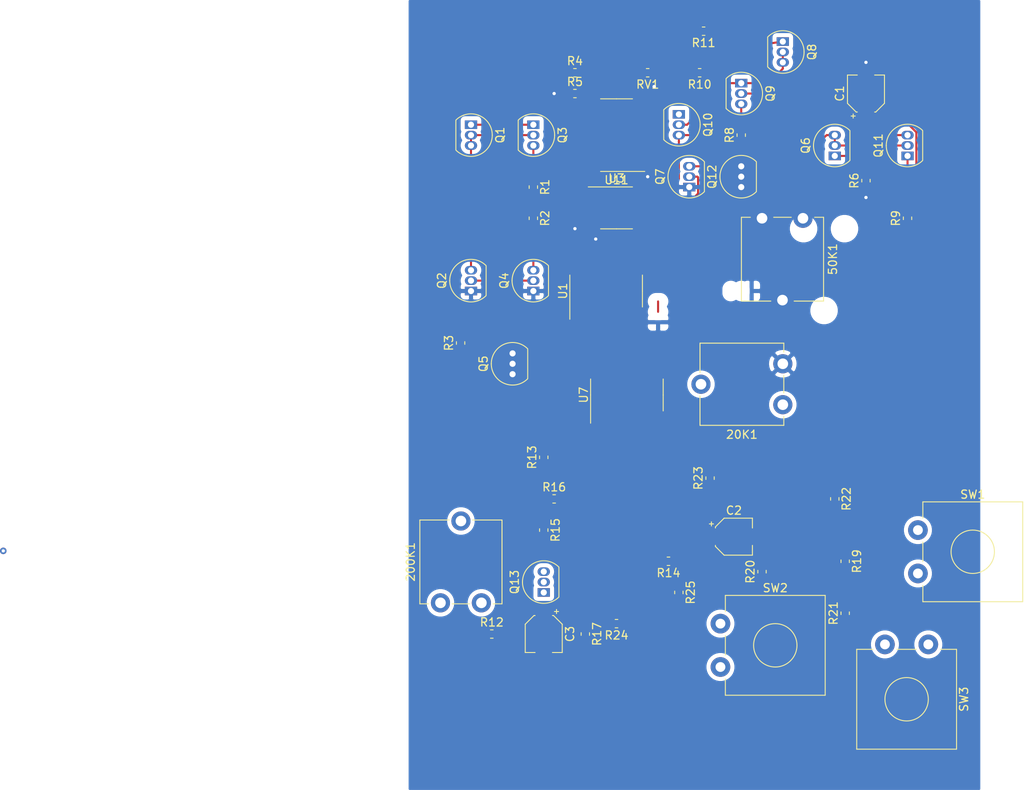
<source format=kicad_pcb>
(kicad_pcb (version 20171130) (host pcbnew "(5.1.5)-3")
  (layers (0 F.Cu signal) (1 In1.Cu signal) (2 In2.Cu signal) (31 B.Cu signal) (34 B.Paste user) (35 F.Paste user) (36 B.SilkS user) (37 F.SilkS user) (38 B.Mask user) (39 F.Mask user) (44 Edge.Cuts user))
  (net 0 "")
  (net 1 "Net-(200K1-Pad1)")
  (net 2 "Net-(200K1-Pad2)")
  (net 3 "Net-(200K1-Pad3)")
  (net 4 "Net-(20K1-Pad3)")
  (net 5 Vout)
  (net 6 GND)
  (net 7 "Net-(50K1-Pad3)")
  (net 8 "Net-(50K1-Pad2)")
  (net 9 "Net-(50K1-Pad1)")
  (net 10 "Net-(C1-Pad1)")
  (net 11 "Net-(C2-Pad1)")
  (net 12 "Net-(Q1-Pad1)")
  (net 13 "Net-(Q1-Pad2)")
  (net 14 "Net-(Q2-Pad2)")
  (net 15 "Net-(Q3-Pad3)")
  (net 16 "Net-(Q4-Pad3)")
  (net 17 "Net-(Q6-Pad1)")
  (net 18 "Net-(Q11-Pad2)")
  (net 19 "Net-(Q7-Pad2)")
  (net 20 "Net-(Q10-Pad2)")
  (net 21 "Net-(Q8-Pad1)")
  (net 22 "Net-(Q9-Pad3)")
  (net 23 "Net-(Q10-Pad1)")
  (net 24 "Net-(Q11-Pad1)")
  (net 25 +15V)
  (net 26 "Net-(Q13-Pad2)")
  (net 27 +5V)
  (net 28 "Net-(R4-Pad2)")
  (net 29 "Net-(R5-Pad2)")
  (net 30 "Net-(R11-Pad1)")
  (net 31 "Net-(R13-Pad2)")
  (net 32 "Net-(R13-Pad1)")
  (net 33 -5V)
  (net 34 "Net-(R14-Pad1)")
  (net 35 "Net-(R16-Pad2)")
  (net 36 "Net-(R19-Pad1)")
  (net 37 "Net-(R19-Pad2)")
  (net 38 "Net-(R20-Pad1)")
  (net 39 "Net-(R21-Pad1)")
  (net 40 "Net-(R22-Pad2)")
  (net 41 "Net-(R24-Pad2)")
  (net 42 "Net-(R25-Pad2)")
  (net 43 "Net-(U1-Pad10)")
  (module Potentiometer_THT:Potentiometer_ACP_CA9-V10_Vertical (layer F.Cu) (at 59.69 41.91 270)
    (fp_text reference 50K1 (at 5 -8.65 90) (layer F.SilkS))
    (fp_text value R_POT)
    (pad 3 thru_hole circle (at 0 -5 270) (size 2.34 2.34) (drill 1.3) (layers *.Cu *.Mask) (net 7 "Net-(50K1-Pad3)"))
    (pad 2 thru_hole circle (at 10 -2.5 270) (size 2.34 2.34) (drill 1.3) (layers *.Cu *.Mask) (net 8 "Net-(50K1-Pad2)"))
    (pad 1 thru_hole circle (at 0 0 270) (size 2.34 2.34) (drill 1.3) (layers *.Cu *.Mask) (net 9 "Net-(50K1-Pad1)"))
  )
  (module Package_SO:SOIC-14_3.9x8.7mm_P1.27mm (layer F.Cu) (at 41.91 31.75 180)
    (fp_text reference U3 (at 0 -5.28) (layer F.SilkS))
    (fp_text value 74HC02)
    (pad 14 smd roundrect (at 2.475 -3.81 180) (size 1.95 0.6) (layers F.Cu F.Paste F.Mask) (net 27 +5V))
    (pad 13 smd roundrect (at 2.475 -2.54 180) (size 1.95 0.6) (layers F.Cu F.Paste F.Mask))
    (pad 12 smd roundrect (at 2.475 -1.27 180) (size 1.95 0.6) (layers F.Cu F.Paste F.Mask))
    (pad 11 smd roundrect (at 2.475 0 180) (size 1.95 0.6) (layers F.Cu F.Paste F.Mask))
    (pad 10 smd roundrect (at 2.475 1.27 180) (size 1.95 0.6) (layers F.Cu F.Paste F.Mask))
    (pad 9 smd roundrect (at 2.475 2.54 180) (size 1.95 0.6) (layers F.Cu F.Paste F.Mask))
    (pad 8 smd roundrect (at 2.475 3.81 180) (size 1.95 0.6) (layers F.Cu F.Paste F.Mask))
    (pad 7 smd roundrect (at -2.475 3.81 180) (size 1.95 0.6) (layers F.Cu F.Paste F.Mask) (net 6 GND))
    (pad 6 smd roundrect (at -2.475 2.54 180) (size 1.95 0.6) (layers F.Cu F.Paste F.Mask) (net 29 "Net-(R5-Pad2)"))
    (pad 5 smd roundrect (at -2.475 1.27 180) (size 1.95 0.6) (layers F.Cu F.Paste F.Mask) (net 19 "Net-(Q7-Pad2)"))
    (pad 4 smd roundrect (at -2.475 0 180) (size 1.95 0.6) (layers F.Cu F.Paste F.Mask) (net 11 "Net-(C2-Pad1)"))
    (pad 3 smd roundrect (at -2.475 -1.27 180) (size 1.95 0.6) (layers F.Cu F.Paste F.Mask) (net 28 "Net-(R4-Pad2)"))
    (pad 2 smd roundrect (at -2.475 -2.54 180) (size 1.95 0.6) (layers F.Cu F.Paste F.Mask) (net 11 "Net-(C2-Pad1)"))
    (pad 1 smd roundrect (at -2.475 -3.81 180) (size 1.95 0.6) (layers F.Cu F.Paste F.Mask) (net 19 "Net-(Q7-Pad2)"))
  )
  (module Capacitor_SMD:CP_Elec_4x5.3 (layer F.Cu) (at 72.39 26.67 90)
    (fp_text reference C1 (at 0 -3.2 90) (layer F.SilkS))
    (fp_text value 200n)
    (pad 1 smd roundrect (at -1.8 0 90) (size 2.6 1.6) (layers F.Cu F.Paste F.Mask) (roundrect_rratio 0.15625) (net 10 "Net-(C1-Pad1)"))
    (pad 2 smd roundrect (at 1.8 0 90) (size 2.6 1.6) (layers F.Cu F.Paste F.Mask) (roundrect_rratio 0.15625) (net 6 GND))
  )
  (module Package_TO_SOT_THT:TO-92_Inline (layer F.Cu) (at 62.23 20.32 270)
    (fp_text reference Q8 (at 1.27 -3.56 90) (layer F.SilkS))
    (fp_text value 2N3906)
    (pad 2 thru_hole oval (at 1.27 0 270) (size 1.05 1.5) (drill 0.75) (layers *.Cu *.Mask) (net 20 "Net-(Q10-Pad2)"))
    (pad 3 thru_hole oval (at 2.54 0 270) (size 1.05 1.5) (drill 0.75) (layers *.Cu *.Mask) (net 20 "Net-(Q10-Pad2)"))
    (pad 1 thru_hole rect (at 0 0 270) (size 1.05 1.5) (drill 0.75) (layers *.Cu *.Mask) (net 21 "Net-(Q8-Pad1)"))
  )
  (module Package_TO_SOT_THT:TO-92_Inline (layer F.Cu) (at 57.15 25.4 270)
    (fp_text reference Q9 (at 1.27 -3.56 90) (layer F.SilkS))
    (fp_text value 2N3906)
    (pad 1 thru_hole rect (at 0 0 270) (size 1.05 1.5) (drill 0.75) (layers *.Cu *.Mask) (net 20 "Net-(Q10-Pad2)"))
    (pad 3 thru_hole oval (at 2.54 0 270) (size 1.05 1.5) (drill 0.75) (layers *.Cu *.Mask) (net 22 "Net-(Q9-Pad3)"))
    (pad 2 thru_hole oval (at 1.27 0 270) (size 1.05 1.5) (drill 0.75) (layers *.Cu *.Mask) (net 18 "Net-(Q11-Pad2)"))
  )
  (module Package_TO_SOT_THT:TO-92_Inline (layer F.Cu) (at 50.8 38.1 90)
    (fp_text reference Q7 (at 1.27 -3.56 90) (layer F.SilkS))
    (fp_text value 2N7000)
    (pad 2 thru_hole oval (at 1.27 0 90) (size 1.05 1.5) (drill 0.75) (layers *.Cu *.Mask) (net 19 "Net-(Q7-Pad2)"))
    (pad 3 thru_hole oval (at 2.54 0 90) (size 1.05 1.5) (drill 0.75) (layers *.Cu *.Mask) (net 7 "Net-(50K1-Pad3)"))
    (pad 1 thru_hole rect (at 0 0 90) (size 1.05 1.5) (drill 0.75) (layers *.Cu *.Mask) (net 6 GND))
  )
  (module Potentiometer_THT:Potentiometer_ACP_CA9-V10_Vertical (layer F.Cu) (at 62.23 59.69 180)
    (fp_text reference 20K1 (at 5 -8.65) (layer F.SilkS))
    (fp_text value R_POT)
    (pad 3 thru_hole circle (at 0 -5 180) (size 2.34 2.34) (drill 1.3) (layers *.Cu *.Mask) (net 4 "Net-(20K1-Pad3)"))
    (pad 2 thru_hole circle (at 10 -2.5 180) (size 2.34 2.34) (drill 1.3) (layers *.Cu *.Mask) (net 5 Vout))
    (pad 1 thru_hole circle (at 0 0 180) (size 2.34 2.34) (drill 1.3) (layers *.Cu *.Mask) (net 6 GND))
  )
  (module Resistor_SMD:R_0603_1608Metric (layer F.Cu) (at 38.1 92.71 270)
    (fp_text reference R17 (at 0 -1.43 90) (layer F.SilkS))
    (fp_text value 10K)
    (pad 2 smd roundrect (at 0.7875 0 270) (size 0.875 0.95) (layers F.Cu F.Paste F.Mask) (net 6 GND))
    (pad 1 smd roundrect (at -0.7875 0 270) (size 0.875 0.95) (layers F.Cu F.Paste F.Mask) (net 3 "Net-(200K1-Pad3)"))
  )
  (module Potentiometer_THT:Potentiometer_ACP_CA9-V10_Vertical (layer F.Cu) (at 25.4 88.9 90)
    (fp_text reference 200K1 (at 5 -8.65 90) (layer F.SilkS))
    (fp_text value R_POT)
    (pad 1 thru_hole circle (at 0 0 90) (size 2.34 2.34) (drill 1.3) (layers *.Cu *.Mask) (net 1 "Net-(200K1-Pad1)"))
    (pad 2 thru_hole circle (at 10 -2.5 90) (size 2.34 2.34) (drill 1.3) (layers *.Cu *.Mask) (net 2 "Net-(200K1-Pad2)"))
    (pad 3 thru_hole circle (at 0 -5 90) (size 2.34 2.34) (drill 1.3) (layers *.Cu *.Mask) (net 3 "Net-(200K1-Pad3)"))
  )
  (module Package_TO_SOT_THT:TO-92_Inline (layer F.Cu) (at 33.02 87.63 90)
    (fp_text reference Q13 (at 1.27 -3.56 90) (layer F.SilkS))
    (fp_text value BS250)
    (pad 1 thru_hole rect (at 0 0 90) (size 1.05 1.5) (drill 0.75) (layers *.Cu *.Mask) (net 25 +15V))
    (pad 3 thru_hole oval (at 2.54 0 90) (size 1.05 1.5) (drill 0.75) (layers *.Cu *.Mask) (net 3 "Net-(200K1-Pad3)"))
    (pad 2 thru_hole oval (at 1.27 0 90) (size 1.05 1.5) (drill 0.75) (layers *.Cu *.Mask) (net 26 "Net-(Q13-Pad2)"))
  )
  (module Package_SO:SOIC-14_3.9x8.7mm_P1.27mm (layer F.Cu) (at 40.64 50.8 90)
    (fp_text reference U1 (at 0 -5.28 90) (layer F.SilkS))
    (fp_text value TL084)
    (pad 1 smd roundrect (at -2.475 -3.81 90) (size 1.95 0.6) (layers F.Cu F.Paste F.Mask) (net 26 "Net-(Q13-Pad2)"))
    (pad 2 smd roundrect (at -2.475 -2.54 90) (size 1.95 0.6) (layers F.Cu F.Paste F.Mask) (net 33 -5V))
    (pad 3 smd roundrect (at -2.475 -1.27 90) (size 1.95 0.6) (layers F.Cu F.Paste F.Mask) (net 2 "Net-(200K1-Pad2)"))
    (pad 4 smd roundrect (at -2.475 0 90) (size 1.95 0.6) (layers F.Cu F.Paste F.Mask) (net 25 +15V))
    (pad 5 smd roundrect (at -2.475 1.27 90) (size 1.95 0.6) (layers F.Cu F.Paste F.Mask) (net 10 "Net-(C1-Pad1)"))
    (pad 6 smd roundrect (at -2.475 2.54 90) (size 1.95 0.6) (layers F.Cu F.Paste F.Mask) (net 41 "Net-(R24-Pad2)"))
    (pad 7 smd roundrect (at -2.475 3.81 90) (size 1.95 0.6) (layers F.Cu F.Paste F.Mask) (net 41 "Net-(R24-Pad2)"))
    (pad 8 smd roundrect (at 2.475 3.81 90) (size 1.95 0.6) (layers F.Cu F.Paste F.Mask) (net 42 "Net-(R25-Pad2)"))
    (pad 9 smd roundrect (at 2.475 2.54 90) (size 1.95 0.6) (layers F.Cu F.Paste F.Mask) (net 34 "Net-(R14-Pad1)"))
    (pad 10 smd roundrect (at 2.475 1.27 90) (size 1.95 0.6) (layers F.Cu F.Paste F.Mask) (net 43 "Net-(U1-Pad10)"))
    (pad 11 smd roundrect (at 2.475 0 90) (size 1.95 0.6) (layers F.Cu F.Paste F.Mask) (net 33 -5V))
    (pad 12 smd roundrect (at 2.475 -1.27 90) (size 1.95 0.6) (layers F.Cu F.Paste F.Mask))
    (pad 13 smd roundrect (at 2.475 -2.54 90) (size 1.95 0.6) (layers F.Cu F.Paste F.Mask))
    (pad 14 smd roundrect (at 2.475 -3.81 90) (size 1.95 0.6) (layers F.Cu F.Paste F.Mask))
  )
  (module Package_SO:SOIC-14_3.9x8.7mm_P1.27mm (layer F.Cu) (at 43.18 63.5 90)
    (fp_text reference U7 (at 0 -5.28 90) (layer F.SilkS))
    (fp_text value TL084)
    (pad 1 smd roundrect (at -2.475 -3.81 90) (size 1.95 0.6) (layers F.Cu F.Paste F.Mask) (net 31 "Net-(R13-Pad2)"))
    (pad 2 smd roundrect (at -2.475 -2.54 90) (size 1.95 0.6) (layers F.Cu F.Paste F.Mask) (net 31 "Net-(R13-Pad2)"))
    (pad 3 smd roundrect (at -2.475 -1.27 90) (size 1.95 0.6) (layers F.Cu F.Paste F.Mask) (net 11 "Net-(C2-Pad1)"))
    (pad 4 smd roundrect (at -2.475 0 90) (size 1.95 0.6) (layers F.Cu F.Paste F.Mask) (net 25 +15V))
    (pad 5 smd roundrect (at -2.475 1.27 90) (size 1.95 0.6) (layers F.Cu F.Paste F.Mask) (net 6 GND))
    (pad 6 smd roundrect (at -2.475 2.54 90) (size 1.95 0.6) (layers F.Cu F.Paste F.Mask) (net 32 "Net-(R13-Pad1)"))
    (pad 7 smd roundrect (at -2.475 3.81 90) (size 1.95 0.6) (layers F.Cu F.Paste F.Mask) (net 35 "Net-(R16-Pad2)"))
    (pad 8 smd roundrect (at 2.475 3.81 90) (size 1.95 0.6) (layers F.Cu F.Paste F.Mask) (net 40 "Net-(R22-Pad2)"))
    (pad 9 smd roundrect (at 2.475 2.54 90) (size 1.95 0.6) (layers F.Cu F.Paste F.Mask) (net 37 "Net-(R19-Pad2)"))
    (pad 10 smd roundrect (at 2.475 1.27 90) (size 1.95 0.6) (layers F.Cu F.Paste F.Mask) (net 6 GND))
    (pad 11 smd roundrect (at 2.475 0 90) (size 1.95 0.6) (layers F.Cu F.Paste F.Mask) (net 6 GND))
    (pad 12 smd roundrect (at 2.475 -1.27 90) (size 1.95 0.6) (layers F.Cu F.Paste F.Mask) (net 6 GND))
    (pad 13 smd roundrect (at 2.475 -2.54 90) (size 1.95 0.6) (layers F.Cu F.Paste F.Mask) (net 4 "Net-(20K1-Pad3)"))
    (pad 14 smd roundrect (at 2.475 -3.81 90) (size 1.95 0.6) (layers F.Cu F.Paste F.Mask) (net 5 Vout))
  )
  (module Resistor_SMD:R_0603_1608Metric (layer F.Cu) (at 45.72 24.13 180)
    (fp_text reference RV1 (at 0 -1.43) (layer F.SilkS))
    (fp_text value 500K)
    (pad 1 smd roundrect (at -0.7875 0 180) (size 0.875 0.95) (layers F.Cu F.Paste F.Mask) (net 6 GND))
    (pad 2 smd roundrect (at 0.7875 0 180) (size 0.875 0.95) (layers F.Cu F.Paste F.Mask) (net 25 +15V))
  )
  (module Capacitor_SMD:CP_Elec_4x5.3 (layer F.Cu) (at 56.255001 80.815001)
    (fp_text reference C2 (at 0 -3.2) (layer F.SilkS))
    (fp_text value 0.1u)
    (pad 2 smd roundrect (at 1.8 0) (size 2.6 1.6) (layers F.Cu F.Paste F.Mask) (roundrect_rratio 0.15625) (net 6 GND))
    (pad 1 smd roundrect (at -1.8 0) (size 2.6 1.6) (layers F.Cu F.Paste F.Mask) (roundrect_rratio 0.15625) (net 11 "Net-(C2-Pad1)"))
  )
  (module Capacitor_SMD:CP_Elec_4x5.3 (layer F.Cu) (at 33.02 92.71 270)
    (fp_text reference C3 (at 0 -3.2 90) (layer F.SilkS))
    (fp_text value 0.01u)
    (pad 1 smd roundrect (at -1.8 0 270) (size 2.6 1.6) (layers F.Cu F.Paste F.Mask) (roundrect_rratio 0.15625) (net 3 "Net-(200K1-Pad3)"))
    (pad 2 smd roundrect (at 1.8 0 270) (size 2.6 1.6) (layers F.Cu F.Paste F.Mask) (roundrect_rratio 0.15625) (net 6 GND))
  )
  (module Package_TO_SOT_THT:TO-92_Inline (layer F.Cu) (at 24.13 30.48 270)
    (fp_text reference Q1 (at 1.27 -3.56 90) (layer F.SilkS))
    (fp_text value 2N3906)
    (pad 1 thru_hole rect (at 0 0 270) (size 1.05 1.5) (drill 0.75) (layers *.Cu *.Mask) (net 12 "Net-(Q1-Pad1)"))
    (pad 3 thru_hole oval (at 2.54 0 270) (size 1.05 1.5) (drill 0.75) (layers *.Cu *.Mask) (net 13 "Net-(Q1-Pad2)"))
    (pad 2 thru_hole oval (at 1.27 0 270) (size 1.05 1.5) (drill 0.75) (layers *.Cu *.Mask) (net 13 "Net-(Q1-Pad2)"))
  )
  (module Package_TO_SOT_THT:TO-92_Inline (layer F.Cu) (at 24.13 50.8 90)
    (fp_text reference Q2 (at 1.27 -3.56 90) (layer F.SilkS))
    (fp_text value 2N3904)
    (pad 2 thru_hole oval (at 1.27 0 90) (size 1.05 1.5) (drill 0.75) (layers *.Cu *.Mask) (net 14 "Net-(Q2-Pad2)"))
    (pad 3 thru_hole oval (at 2.54 0 90) (size 1.05 1.5) (drill 0.75) (layers *.Cu *.Mask) (net 13 "Net-(Q1-Pad2)"))
    (pad 1 thru_hole rect (at 0 0 90) (size 1.05 1.5) (drill 0.75) (layers *.Cu *.Mask) (net 6 GND))
  )
  (module Package_TO_SOT_THT:TO-92_Inline (layer F.Cu) (at 31.75 30.48 270)
    (fp_text reference Q3 (at 1.27 -3.56 90) (layer F.SilkS))
    (fp_text value 2N3906)
    (pad 2 thru_hole oval (at 1.27 0 270) (size 1.05 1.5) (drill 0.75) (layers *.Cu *.Mask) (net 13 "Net-(Q1-Pad2)"))
    (pad 3 thru_hole oval (at 2.54 0 270) (size 1.05 1.5) (drill 0.75) (layers *.Cu *.Mask) (net 15 "Net-(Q3-Pad3)"))
    (pad 1 thru_hole rect (at 0 0 270) (size 1.05 1.5) (drill 0.75) (layers *.Cu *.Mask) (net 12 "Net-(Q1-Pad1)"))
  )
  (module Package_TO_SOT_THT:TO-92_Inline (layer F.Cu) (at 31.75 50.8 90)
    (fp_text reference Q4 (at 1.27 -3.56 90) (layer F.SilkS))
    (fp_text value 2N3904)
    (pad 2 thru_hole oval (at 1.27 0 90) (size 1.05 1.5) (drill 0.75) (layers *.Cu *.Mask) (net 14 "Net-(Q2-Pad2)"))
    (pad 3 thru_hole oval (at 2.54 0 90) (size 1.05 1.5) (drill 0.75) (layers *.Cu *.Mask) (net 16 "Net-(Q4-Pad3)"))
    (pad 1 thru_hole rect (at 0 0 90) (size 1.05 1.5) (drill 0.75) (layers *.Cu *.Mask) (net 6 GND))
  )
  (module Package_TO_SOT_THT:TO-92_Inline (layer F.Cu) (at 29.21 60.96 90)
    (fp_text reference Q5 (at 1.27 -3.56 90) (layer F.SilkS))
    (fp_text value 2N3904)
    (pad 1 thru_hole rect (at 0 0 90) (size 1.05 1.5) (drill 0.75) (layers *.Cu *.Mask) (net 6 GND))
    (pad 3 thru_hole oval (at 2.54 0 90) (size 1.05 1.5) (drill 0.75) (layers *.Cu *.Mask) (net 14 "Net-(Q2-Pad2)"))
    (pad 2 thru_hole oval (at 1.27 0 90) (size 1.05 1.5) (drill 0.75) (layers *.Cu *.Mask) (net 14 "Net-(Q2-Pad2)"))
  )
  (module Package_TO_SOT_THT:TO-92_Inline (layer F.Cu) (at 68.58 34.29 90)
    (fp_text reference Q6 (at 1.27 -3.56 90) (layer F.SilkS))
    (fp_text value 2N3904)
    (pad 1 thru_hole rect (at 0 0 90) (size 1.05 1.5) (drill 0.75) (layers *.Cu *.Mask) (net 17 "Net-(Q6-Pad1)"))
    (pad 3 thru_hole oval (at 2.54 0 90) (size 1.05 1.5) (drill 0.75) (layers *.Cu *.Mask) (net 18 "Net-(Q11-Pad2)"))
    (pad 2 thru_hole oval (at 1.27 0 90) (size 1.05 1.5) (drill 0.75) (layers *.Cu *.Mask) (net 18 "Net-(Q11-Pad2)"))
  )
  (module Package_TO_SOT_THT:TO-92_Inline (layer F.Cu) (at 49.53 29.21 270)
    (fp_text reference Q10 (at 1.27 -3.56 90) (layer F.SilkS))
    (fp_text value 2N3906)
    (pad 2 thru_hole oval (at 1.27 0 270) (size 1.05 1.5) (drill 0.75) (layers *.Cu *.Mask) (net 20 "Net-(Q10-Pad2)"))
    (pad 3 thru_hole oval (at 2.54 0 270) (size 1.05 1.5) (drill 0.75) (layers *.Cu *.Mask) (net 10 "Net-(C1-Pad1)"))
    (pad 1 thru_hole rect (at 0 0 270) (size 1.05 1.5) (drill 0.75) (layers *.Cu *.Mask) (net 23 "Net-(Q10-Pad1)"))
  )
  (module Package_TO_SOT_THT:TO-92_Inline (layer F.Cu) (at 77.47 34.29 90)
    (fp_text reference Q11 (at 1.27 -3.56 90) (layer F.SilkS))
    (fp_text value 2N3904)
    (pad 2 thru_hole oval (at 1.27 0 90) (size 1.05 1.5) (drill 0.75) (layers *.Cu *.Mask) (net 18 "Net-(Q11-Pad2)"))
    (pad 3 thru_hole oval (at 2.54 0 90) (size 1.05 1.5) (drill 0.75) (layers *.Cu *.Mask) (net 10 "Net-(C1-Pad1)"))
    (pad 1 thru_hole rect (at 0 0 90) (size 1.05 1.5) (drill 0.75) (layers *.Cu *.Mask) (net 24 "Net-(Q11-Pad1)"))
  )
  (module Package_TO_SOT_THT:TO-92_Inline (layer F.Cu) (at 57.15 38.1 90)
    (fp_text reference Q12 (at 1.27 -3.56 90) (layer F.SilkS))
    (fp_text value 2N7000)
    (pad 1 thru_hole rect (at 0 0 90) (size 1.05 1.5) (drill 0.75) (layers *.Cu *.Mask) (net 6 GND))
    (pad 3 thru_hole oval (at 2.54 0 90) (size 1.05 1.5) (drill 0.75) (layers *.Cu *.Mask) (net 9 "Net-(50K1-Pad1)"))
    (pad 2 thru_hole oval (at 1.27 0 90) (size 1.05 1.5) (drill 0.75) (layers *.Cu *.Mask) (net 11 "Net-(C2-Pad1)"))
  )
  (module Resistor_SMD:R_0603_1608Metric (layer F.Cu) (at 31.75 38.1 270)
    (fp_text reference R1 (at 0 -1.43 90) (layer F.SilkS))
    (fp_text value 500)
    (pad 2 smd roundrect (at 0.7875 0 270) (size 0.875 0.95) (layers F.Cu F.Paste F.Mask) (net 27 +5V))
    (pad 1 smd roundrect (at -0.7875 0 270) (size 0.875 0.95) (layers F.Cu F.Paste F.Mask) (net 15 "Net-(Q3-Pad3)"))
  )
  (module Resistor_SMD:R_0603_1608Metric (layer F.Cu) (at 31.75 41.91 270)
    (fp_text reference R2 (at 0 -1.43 90) (layer F.SilkS))
    (fp_text value 500)
    (pad 2 smd roundrect (at 0.7875 0 270) (size 0.875 0.95) (layers F.Cu F.Paste F.Mask) (net 16 "Net-(Q4-Pad3)"))
    (pad 1 smd roundrect (at -0.7875 0 270) (size 0.875 0.95) (layers F.Cu F.Paste F.Mask) (net 27 +5V))
  )
  (module Resistor_SMD:R_0603_1608Metric (layer F.Cu) (at 22.86 57.15 90)
    (fp_text reference R3 (at 0 -1.43 90) (layer F.SilkS))
    (fp_text value 10K)
    (pad 2 smd roundrect (at 0.7875 0 90) (size 0.875 0.95) (layers F.Cu F.Paste F.Mask) (net 25 +15V))
    (pad 1 smd roundrect (at -0.7875 0 90) (size 0.875 0.95) (layers F.Cu F.Paste F.Mask) (net 14 "Net-(Q2-Pad2)"))
  )
  (module Resistor_SMD:R_0603_1608Metric (layer F.Cu) (at 36.83 24.13)
    (fp_text reference R4 (at 0 -1.43) (layer F.SilkS))
    (fp_text value 3K)
    (pad 1 smd roundrect (at -0.7875 0) (size 0.875 0.95) (layers F.Cu F.Paste F.Mask) (net 25 +15V))
    (pad 2 smd roundrect (at 0.7875 0) (size 0.875 0.95) (layers F.Cu F.Paste F.Mask) (net 28 "Net-(R4-Pad2)"))
  )
  (module Resistor_SMD:R_0603_1608Metric (layer F.Cu) (at 36.83 26.67)
    (fp_text reference R5 (at 0 -1.43) (layer F.SilkS))
    (fp_text value 3K)
    (pad 2 smd roundrect (at 0.7875 0) (size 0.875 0.95) (layers F.Cu F.Paste F.Mask) (net 29 "Net-(R5-Pad2)"))
    (pad 1 smd roundrect (at -0.7875 0) (size 0.875 0.95) (layers F.Cu F.Paste F.Mask) (net 25 +15V))
  )
  (module Resistor_SMD:R_0603_1608Metric (layer F.Cu) (at 72.39 37.3125 90)
    (fp_text reference R6 (at 0 -1.43 90) (layer F.SilkS))
    (fp_text value 10k)
    (pad 1 smd roundrect (at -0.7875 0 90) (size 0.875 0.95) (layers F.Cu F.Paste F.Mask) (net 6 GND))
    (pad 2 smd roundrect (at 0.7875 0 90) (size 0.875 0.95) (layers F.Cu F.Paste F.Mask) (net 17 "Net-(Q6-Pad1)"))
  )
  (module Resistor_SMD:R_0603_1608Metric (layer F.Cu) (at 57.15 31.75 90)
    (fp_text reference R8 (at 0 -1.43 90) (layer F.SilkS))
    (fp_text value 10k)
    (pad 1 smd roundrect (at -0.7875 0 90) (size 0.875 0.95) (layers F.Cu F.Paste F.Mask) (net 7 "Net-(50K1-Pad3)"))
    (pad 2 smd roundrect (at 0.7875 0 90) (size 0.875 0.95) (layers F.Cu F.Paste F.Mask) (net 22 "Net-(Q9-Pad3)"))
  )
  (module Resistor_SMD:R_0603_1608Metric (layer F.Cu) (at 77.47 41.91 90)
    (fp_text reference R9 (at 0 -1.43 90) (layer F.SilkS))
    (fp_text value 10k)
    (pad 2 smd roundrect (at 0.7875 0 90) (size 0.875 0.95) (layers F.Cu F.Paste F.Mask) (net 24 "Net-(Q11-Pad1)"))
    (pad 1 smd roundrect (at -0.7875 0 90) (size 0.875 0.95) (layers F.Cu F.Paste F.Mask) (net 9 "Net-(50K1-Pad1)"))
  )
  (module Resistor_SMD:R_0603_1608Metric (layer F.Cu) (at 52.07 24.13 180)
    (fp_text reference R10 (at 0 -1.43) (layer F.SilkS))
    (fp_text value 100)
    (pad 2 smd roundrect (at 0.7875 0 180) (size 0.875 0.95) (layers F.Cu F.Paste F.Mask) (net 25 +15V))
    (pad 1 smd roundrect (at -0.7875 0 180) (size 0.875 0.95) (layers F.Cu F.Paste F.Mask) (net 21 "Net-(Q8-Pad1)"))
  )
  (module Resistor_SMD:R_0603_1608Metric (layer F.Cu) (at 52.5525 19.05 180)
    (fp_text reference R11 (at 0 -1.43) (layer F.SilkS))
    (fp_text value 100)
    (pad 1 smd roundrect (at -0.7875 0 180) (size 0.875 0.95) (layers F.Cu F.Paste F.Mask) (net 30 "Net-(R11-Pad1)"))
    (pad 2 smd roundrect (at 0.7875 0 180) (size 0.875 0.95) (layers F.Cu F.Paste F.Mask) (net 25 +15V))
  )
  (module Resistor_SMD:R_0603_1608Metric (layer F.Cu) (at 26.67 92.71)
    (fp_text reference R12 (at 0 -1.43) (layer F.SilkS))
    (fp_text value 100K)
    (pad 1 smd roundrect (at -0.7875 0) (size 0.875 0.95) (layers F.Cu F.Paste F.Mask) (net 1 "Net-(200K1-Pad1)"))
    (pad 2 smd roundrect (at 0.7875 0) (size 0.875 0.95) (layers F.Cu F.Paste F.Mask) (net 6 GND))
  )
  (module Resistor_SMD:R_0603_1608Metric (layer F.Cu) (at 33.02 71.12 90)
    (fp_text reference R13 (at 0 -1.43 90) (layer F.SilkS))
    (fp_text value 20k)
    (pad 2 smd roundrect (at 0.7875 0 90) (size 0.875 0.95) (layers F.Cu F.Paste F.Mask) (net 31 "Net-(R13-Pad2)"))
    (pad 1 smd roundrect (at -0.7875 0 90) (size 0.875 0.95) (layers F.Cu F.Paste F.Mask) (net 32 "Net-(R13-Pad1)"))
  )
  (module Resistor_SMD:R_0603_1608Metric (layer F.Cu) (at 48.26 83.82 180)
    (fp_text reference R14 (at 0 -1.43) (layer F.SilkS))
    (fp_text value 10k)
    (pad 2 smd roundrect (at 0.7875 0 180) (size 0.875 0.95) (layers F.Cu F.Paste F.Mask) (net 33 -5V))
    (pad 1 smd roundrect (at -0.7875 0 180) (size 0.875 0.95) (layers F.Cu F.Paste F.Mask) (net 34 "Net-(R14-Pad1)"))
  )
  (module Resistor_SMD:R_0603_1608Metric (layer F.Cu) (at 33.02 80.01 270)
    (fp_text reference R15 (at 0 -1.43 90) (layer F.SilkS))
    (fp_text value 40k)
    (pad 1 smd roundrect (at -0.7875 0 270) (size 0.875 0.95) (layers F.Cu F.Paste F.Mask) (net 32 "Net-(R13-Pad1)"))
    (pad 2 smd roundrect (at 0.7875 0 270) (size 0.875 0.95) (layers F.Cu F.Paste F.Mask) (net 33 -5V))
  )
  (module Resistor_SMD:R_0603_1608Metric (layer F.Cu) (at 34.29 76.2)
    (fp_text reference R16 (at 0 -1.43) (layer F.SilkS))
    (fp_text value 10K)
    (pad 2 smd roundrect (at 0.7875 0) (size 0.875 0.95) (layers F.Cu F.Paste F.Mask) (net 35 "Net-(R16-Pad2)"))
    (pad 1 smd roundrect (at -0.7875 0) (size 0.875 0.95) (layers F.Cu F.Paste F.Mask) (net 32 "Net-(R13-Pad1)"))
  )
  (module Resistor_SMD:R_0603_1608Metric (layer F.Cu) (at 69.85 83.82 270)
    (fp_text reference R19 (at 0 -1.43 90) (layer F.SilkS))
    (fp_text value 10k)
    (pad 1 smd roundrect (at -0.7875 0 270) (size 0.875 0.95) (layers F.Cu F.Paste F.Mask) (net 36 "Net-(R19-Pad1)"))
    (pad 2 smd roundrect (at 0.7875 0 270) (size 0.875 0.95) (layers F.Cu F.Paste F.Mask) (net 37 "Net-(R19-Pad2)"))
  )
  (module Resistor_SMD:R_0603_1608Metric (layer F.Cu) (at 59.69 85.09 90)
    (fp_text reference R20 (at 0 -1.43 90) (layer F.SilkS))
    (fp_text value 10k)
    (pad 1 smd roundrect (at -0.7875 0 90) (size 0.875 0.95) (layers F.Cu F.Paste F.Mask) (net 38 "Net-(R20-Pad1)"))
    (pad 2 smd roundrect (at 0.7875 0 90) (size 0.875 0.95) (layers F.Cu F.Paste F.Mask) (net 37 "Net-(R19-Pad2)"))
  )
  (module Resistor_SMD:R_0603_1608Metric (layer F.Cu) (at 69.85 90.17 90)
    (fp_text reference R21 (at 0 -1.43 90) (layer F.SilkS))
    (fp_text value 10K)
    (pad 2 smd roundrect (at 0.7875 0 90) (size 0.875 0.95) (layers F.Cu F.Paste F.Mask) (net 37 "Net-(R19-Pad2)"))
    (pad 1 smd roundrect (at -0.7875 0 90) (size 0.875 0.95) (layers F.Cu F.Paste F.Mask) (net 39 "Net-(R21-Pad1)"))
  )
  (module Resistor_SMD:R_0603_1608Metric (layer F.Cu) (at 68.58 76.2 270)
    (fp_text reference R22 (at 0 -1.43 90) (layer F.SilkS))
    (fp_text value 10K)
    (pad 1 smd roundrect (at -0.7875 0 270) (size 0.875 0.95) (layers F.Cu F.Paste F.Mask) (net 37 "Net-(R19-Pad2)"))
    (pad 2 smd roundrect (at 0.7875 0 270) (size 0.875 0.95) (layers F.Cu F.Paste F.Mask) (net 40 "Net-(R22-Pad2)"))
  )
  (module Resistor_SMD:R_0603_1608Metric (layer F.Cu) (at 53.34 73.66 90)
    (fp_text reference R23 (at 0 -1.43 90) (layer F.SilkS))
    (fp_text value 10K)
    (pad 1 smd roundrect (at -0.7875 0 90) (size 0.875 0.95) (layers F.Cu F.Paste F.Mask) (net 40 "Net-(R22-Pad2)"))
    (pad 2 smd roundrect (at 0.7875 0 90) (size 0.875 0.95) (layers F.Cu F.Paste F.Mask) (net 4 "Net-(20K1-Pad3)"))
  )
  (module Resistor_SMD:R_0603_1608Metric (layer F.Cu) (at 41.91 91.44 180)
    (fp_text reference R24 (at 0 -1.43) (layer F.SilkS))
    (fp_text value 10k)
    (pad 1 smd roundrect (at -0.7875 0 180) (size 0.875 0.95) (layers F.Cu F.Paste F.Mask) (net 34 "Net-(R14-Pad1)"))
    (pad 2 smd roundrect (at 0.7875 0 180) (size 0.875 0.95) (layers F.Cu F.Paste F.Mask) (net 41 "Net-(R24-Pad2)"))
  )
  (module Resistor_SMD:R_0603_1608Metric (layer F.Cu) (at 49.53 87.63 270)
    (fp_text reference R25 (at 0 -1.43 90) (layer F.SilkS))
    (fp_text value 10k)
    (pad 2 smd roundrect (at 0.7875 0 270) (size 0.875 0.95) (layers F.Cu F.Paste F.Mask) (net 42 "Net-(R25-Pad2)"))
    (pad 1 smd roundrect (at -0.7875 0 270) (size 0.875 0.95) (layers F.Cu F.Paste F.Mask) (net 34 "Net-(R14-Pad1)"))
  )
  (module Button_Switch_THT:SW_CW_GPTS203211B (layer F.Cu) (at 78.74 80.01)
    (fp_text reference SW1 (at 6.7 -4.35) (layer F.SilkS))
    (fp_text value SW_DIP_x01)
    (pad 1 thru_hole circle (at 0 0) (size 2.4 2.4) (drill 1.2) (layers *.Cu *.Mask) (net 35 "Net-(R16-Pad2)"))
    (pad 2 thru_hole circle (at 0 5.3) (size 2.4 2.4) (drill 1.2) (layers *.Cu *.Mask) (net 36 "Net-(R19-Pad1)"))
  )
  (module Button_Switch_THT:SW_CW_GPTS203211B (layer F.Cu) (at 54.61 91.44)
    (fp_text reference SW2 (at 6.7 -4.35) (layer F.SilkS))
    (fp_text value SW_DIP_x01)
    (pad 2 thru_hole circle (at 0 5.3) (size 2.4 2.4) (drill 1.2) (layers *.Cu *.Mask) (net 38 "Net-(R20-Pad1)"))
    (pad 1 thru_hole circle (at 0 0) (size 2.4 2.4) (drill 1.2) (layers *.Cu *.Mask) (net 42 "Net-(R25-Pad2)"))
  )
  (module Button_Switch_THT:SW_CW_GPTS203211B (layer F.Cu) (at 80.01 93.98 270)
    (fp_text reference SW3 (at 6.7 -4.35 90) (layer F.SilkS))
    (fp_text value SW_DIP_x01)
    (pad 1 thru_hole circle (at 0 0 270) (size 2.4 2.4) (drill 1.2) (layers *.Cu *.Mask) (net 3 "Net-(200K1-Pad3)"))
    (pad 2 thru_hole circle (at 0 5.3 270) (size 2.4 2.4) (drill 1.2) (layers *.Cu *.Mask) (net 39 "Net-(R21-Pad1)"))
  )
  (module Package_SO:SOIC-8_3.9x4.9mm_P1.27mm (layer F.Cu) (at 41.91 40.64)
    (fp_text reference U11 (at 0 -3.4) (layer F.SilkS))
    (fp_text value LM393)
    (pad 1 smd roundrect (at -2.475 -1.905) (size 1.95 0.6) (layers F.Cu F.Paste F.Mask) (net 28 "Net-(R4-Pad2)"))
    (pad 2 smd roundrect (at -2.475 -0.635) (size 1.95 0.6) (layers F.Cu F.Paste F.Mask) (net 15 "Net-(Q3-Pad3)"))
    (pad 3 smd roundrect (at -2.475 0.635) (size 1.95 0.6) (layers F.Cu F.Paste F.Mask) (net 10 "Net-(C1-Pad1)"))
    (pad 4 smd roundrect (at -2.475 1.905) (size 1.95 0.6) (layers F.Cu F.Paste F.Mask) (net 25 +15V))
    (pad 5 smd roundrect (at 2.475 1.905) (size 1.95 0.6) (layers F.Cu F.Paste F.Mask) (net 16 "Net-(Q4-Pad3)"))
    (pad 6 smd roundrect (at 2.475 0.635) (size 1.95 0.6) (layers F.Cu F.Paste F.Mask) (net 10 "Net-(C1-Pad1)"))
    (pad 7 smd roundrect (at 2.475 -0.635) (size 1.95 0.6) (layers F.Cu F.Paste F.Mask) (net 29 "Net-(R5-Pad2)"))
    (pad 8 smd roundrect (at 2.475 -1.905) (size 1.95 0.6) (layers F.Cu F.Paste F.Mask) (net 6 GND))
  )
  (via (at -33.02 82.55) (size 0.8) (drill 0.4) (layers F.Cu B.Cu) (net 0))
  (via (at 72.39 22.86) (size 0.8) (drill 0.4) (layers F.Cu B.Cu) (net 6))
  (segment (start 46.5075 25.8175) (end 46.5075 25.8175) (width 0.25) (layer F.Cu) (net 6))
  (segment (start 46.5075 24.13) (end 46.5075 25.8175) (width 0.25) (layer F.Cu) (net 6))
  (segment (start 46.5075 25.8175) (end 44.385 27.94) (width 0.25) (layer F.Cu) (net 6))
  (via (at 46.5075 25.8175) (size 0.8) (drill 0.4) (layers F.Cu B.Cu) (net 6))
  (segment (start 72.39 24.87) (end 72.39 22.86) (width 0.25) (layer F.Cu) (net 6))
  (segment (start 72.39 38.1) (end 72.39 39.37) (width 0.25) (layer F.Cu) (net 6))
  (segment (start 72.39 39.37) (end 72.39 39.37) (width 0.25) (layer F.Cu) (net 6))
  (via (at 72.39 39.37) (size 0.8) (drill 0.4) (layers F.Cu B.Cu) (net 6))
  (segment (start 44.385 38.735) (end 44.385 38.165) (width 0.25) (layer F.Cu) (net 6))
  (segment (start 44.385 38.165) (end 45.72 36.83) (width 0.25) (layer F.Cu) (net 6))
  (segment (start 45.72 36.83) (end 45.72 36.83) (width 0.25) (layer F.Cu) (net 6))
  (via (at 45.72 36.83) (size 0.8) (drill 0.4) (layers F.Cu B.Cu) (net 6))
  (segment (start 57.15 32.975) (end 57.15 32.5375) (width 0.25) (layer F.Cu) (net 7))
  (segment (start 54.565 35.56) (end 57.15 32.975) (width 0.25) (layer F.Cu) (net 7))
  (segment (start 50.8 35.56) (end 54.565 35.56) (width 0.25) (layer F.Cu) (net 7))
  (segment (start 75.67 31.75) (end 72.39 28.47) (width 0.25) (layer F.Cu) (net 10))
  (segment (start 77.47 31.75) (end 75.67 31.75) (width 0.25) (layer F.Cu) (net 10))
  (segment (start 50.53 31.75) (end 49.53 31.75) (width 0.25) (layer F.Cu) (net 10))
  (segment (start 62.461494 28.47) (end 59.181494 31.75) (width 0.25) (layer F.Cu) (net 10))
  (segment (start 59.181494 31.75) (end 50.53 31.75) (width 0.25) (layer F.Cu) (net 10))
  (segment (start 72.39 28.47) (end 62.461494 28.47) (width 0.25) (layer F.Cu) (net 10))
  (segment (start 39.435 41.275) (end 44.385 41.275) (width 0.25) (layer F.Cu) (net 10))
  (segment (start 49.53 32.525) (end 49.53 31.75) (width 0.25) (layer F.Cu) (net 10))
  (segment (start 49.53 37.105) (end 49.53 32.525) (width 0.25) (layer F.Cu) (net 10))
  (segment (start 45.36 41.275) (end 49.53 37.105) (width 0.25) (layer F.Cu) (net 10))
  (segment (start 44.385 41.275) (end 45.36 41.275) (width 0.25) (layer F.Cu) (net 10))
  (segment (start 46.99 31.75) (end 45.36 31.75) (width 0.25) (layer F.Cu) (net 11))
  (segment (start 44.385 34.29) (end 46.99 34.29) (width 0.25) (layer F.Cu) (net 11))
  (segment (start 45.36 31.75) (end 44.385 31.75) (width 0.25) (layer F.Cu) (net 11))
  (segment (start 46.99 34.29) (end 46.99 31.75) (width 0.25) (layer F.Cu) (net 11))
  (segment (start 24.13 30.48) (end 31.75 30.48) (width 0.25) (layer F.Cu) (net 12))
  (segment (start 24.13 31.75) (end 24.13 33.02) (width 0.25) (layer F.Cu) (net 13))
  (segment (start 24.13 33.02) (end 24.13 48.26) (width 0.25) (layer F.Cu) (net 13))
  (segment (start 31.75 31.75) (end 24.13 31.75) (width 0.25) (layer F.Cu) (net 13))
  (segment (start 46.99 52.07) (end 46.99 53.34) (width 0.25) (layer F.Cu) (net 14))
  (segment (start 24.13 49.53) (end 31.75 49.53) (width 0.25) (layer F.Cu) (net 14))
  (segment (start 31.75 37.3125) (end 32.225 37.3125) (width 0.25) (layer F.Cu) (net 15))
  (segment (start 31.75 33.02) (end 31.75 37.3125) (width 0.25) (layer F.Cu) (net 15))
  (segment (start 38.46 40.005) (end 39.435 40.005) (width 0.25) (layer F.Cu) (net 15))
  (segment (start 37.661998 40.005) (end 38.46 40.005) (width 0.25) (layer F.Cu) (net 15))
  (segment (start 30.94999 41.566484) (end 31.268516 41.88501) (width 0.25) (layer F.Cu) (net 15))
  (segment (start 30.94999 37.63751) (end 30.94999 41.566484) (width 0.25) (layer F.Cu) (net 15))
  (segment (start 35.781988 41.88501) (end 37.661998 40.005) (width 0.25) (layer F.Cu) (net 15))
  (segment (start 31.268516 41.88501) (end 35.781988 41.88501) (width 0.25) (layer F.Cu) (net 15))
  (segment (start 31.275 37.3125) (end 30.94999 37.63751) (width 0.25) (layer F.Cu) (net 15))
  (segment (start 31.75 37.3125) (end 31.275 37.3125) (width 0.25) (layer F.Cu) (net 15))
  (segment (start 31.75 48.26) (end 31.75 42.6975) (width 0.25) (layer F.Cu) (net 16))
  (segment (start 72.39 36.0875) (end 72.39 36.525) (width 0.25) (layer F.Cu) (net 17))
  (segment (start 70.5925 34.29) (end 72.39 36.0875) (width 0.25) (layer F.Cu) (net 17))
  (segment (start 68.58 34.29) (end 70.5925 34.29) (width 0.25) (layer F.Cu) (net 17))
  (segment (start 68.58 33.02) (end 68.58 31.75) (width 0.25) (layer F.Cu) (net 18))
  (segment (start 68.58 33.02) (end 77.47 33.02) (width 0.25) (layer F.Cu) (net 18))
  (segment (start 58.15 26.67) (end 57.15 26.67) (width 0.25) (layer F.Cu) (net 18))
  (segment (start 73.817095 26.67) (end 58.15 26.67) (width 0.25) (layer F.Cu) (net 18))
  (segment (start 78.54501 31.397915) (end 73.817095 26.67) (width 0.25) (layer F.Cu) (net 18))
  (segment (start 78.54501 41.341464) (end 78.54501 31.397915) (width 0.25) (layer F.Cu) (net 18))
  (segment (start 77.951484 41.93499) (end 78.54501 41.341464) (width 0.25) (layer F.Cu) (net 18))
  (segment (start 73.453598 41.93499) (end 77.951484 41.93499) (width 0.25) (layer F.Cu) (net 18))
  (segment (start 66.04 34.521392) (end 73.453598 41.93499) (width 0.25) (layer F.Cu) (net 18))
  (segment (start 66.04 33.29) (end 66.04 34.521392) (width 0.25) (layer F.Cu) (net 18))
  (segment (start 67.58 31.75) (end 66.04 33.29) (width 0.25) (layer F.Cu) (net 18))
  (segment (start 68.58 31.75) (end 67.58 31.75) (width 0.25) (layer F.Cu) (net 18))
  (segment (start 51.8 36.83) (end 50.8 36.83) (width 0.25) (layer F.Cu) (net 19))
  (segment (start 51.875001 36.905001) (end 51.8 36.83) (width 0.25) (layer F.Cu) (net 19))
  (segment (start 48.859992 41.90001) (end 51.875001 38.885001) (width 0.25) (layer F.Cu) (net 19))
  (segment (start 38.413242 41.90001) (end 48.859992 41.90001) (width 0.25) (layer F.Cu) (net 19))
  (segment (start 38.13499 41.621758) (end 38.413242 41.90001) (width 0.25) (layer F.Cu) (net 19))
  (segment (start 51.875001 38.885001) (end 51.875001 36.905001) (width 0.25) (layer F.Cu) (net 19))
  (segment (start 38.13499 40.928242) (end 38.13499 41.621758) (width 0.25) (layer F.Cu) (net 19))
  (segment (start 38.413242 40.64999) (end 38.13499 40.928242) (width 0.25) (layer F.Cu) (net 19))
  (segment (start 40.456758 40.64999) (end 38.413242 40.64999) (width 0.25) (layer F.Cu) (net 19))
  (segment (start 43.08499 38.021758) (end 40.456758 40.64999) (width 0.25) (layer F.Cu) (net 19))
  (segment (start 43.08499 36.86001) (end 43.08499 38.021758) (width 0.25) (layer F.Cu) (net 19))
  (segment (start 44.385 35.56) (end 43.08499 36.86001) (width 0.25) (layer F.Cu) (net 19))
  (segment (start 56.15 25.4) (end 57.15 25.4) (width 0.25) (layer F.Cu) (net 20))
  (segment (start 55.61 25.4) (end 56.15 25.4) (width 0.25) (layer F.Cu) (net 20))
  (segment (start 50.53 30.48) (end 55.61 25.4) (width 0.25) (layer F.Cu) (net 20))
  (segment (start 49.53 30.48) (end 50.53 30.48) (width 0.25) (layer F.Cu) (net 20))
  (segment (start 60.465 25.4) (end 62.23 23.635) (width 0.25) (layer F.Cu) (net 20))
  (segment (start 62.23 23.635) (end 62.23 22.86) (width 0.25) (layer F.Cu) (net 20))
  (segment (start 57.15 25.4) (end 60.465 25.4) (width 0.25) (layer F.Cu) (net 20))
  (segment (start 62.23 22.86) (end 62.23 21.59) (width 0.25) (layer F.Cu) (net 20))
  (segment (start 52.8575 24.605) (end 52.8575 24.13) (width 0.25) (layer F.Cu) (net 21))
  (segment (start 62.23 20.32) (end 53.34 21.59) (width 0.25) (layer F.Cu) (net 21))
  (segment (start 53.34 21.59) (end 52.8575 24.605) (width 0.25) (layer F.Cu) (net 21))
  (segment (start 57.15 30.9625) (end 57.15 27.94) (width 0.25) (layer F.Cu) (net 22))
  (segment (start 77.47 41.1225) (end 77.47 34.29) (width 0.25) (layer F.Cu) (net 24))
  (segment (start 36.0425 24.13) (end 36.0425 26.67) (width 0.25) (layer F.Cu) (net 25))
  (segment (start 36.0425 23.655) (end 36.0425 24.13) (width 0.25) (layer F.Cu) (net 25))
  (segment (start 36.36751 23.32999) (end 36.0425 23.655) (width 0.25) (layer F.Cu) (net 25))
  (segment (start 44.60749 23.32999) (end 36.36751 23.32999) (width 0.25) (layer F.Cu) (net 25))
  (segment (start 44.9325 23.655) (end 44.60749 23.32999) (width 0.25) (layer F.Cu) (net 25))
  (segment (start 50.04499 23.32999) (end 45.25751 23.32999) (width 0.25) (layer F.Cu) (net 25))
  (segment (start 44.9325 23.655) (end 44.9325 24.13) (width 0.25) (layer F.Cu) (net 25))
  (segment (start 45.25751 23.32999) (end 44.9325 23.655) (width 0.25) (layer F.Cu) (net 25))
  (segment (start 51.2825 24.13) (end 50.845 24.13) (width 0.25) (layer F.Cu) (net 25))
  (segment (start 51.765 19.05) (end 51.765 23.165) (width 0.25) (layer F.Cu) (net 25))
  (segment (start 50.845 24.13) (end 50.8 24.13) (width 0.25) (layer F.Cu) (net 25))
  (segment (start 51.765 23.165) (end 50.8 24.13) (width 0.25) (layer F.Cu) (net 25))
  (segment (start 50.8 24.13) (end 50.04499 23.32999) (width 0.25) (layer F.Cu) (net 25))
  (via (at 34.29 26.67) (size 0.8) (drill 0.4) (layers F.Cu B.Cu) (net 25))
  (segment (start 36.0425 26.67) (end 34.29 26.67) (width 0.25) (layer F.Cu) (net 25))
  (via (at 39.37 44.45) (size 0.8) (drill 0.4) (layers F.Cu B.Cu) (net 25))
  (segment (start 39.37 46.2025) (end 39.37 44.45) (width 0.25) (layer F.Cu) (net 25))
  (segment (start 37.465 42.545) (end 39.435 42.545) (width 0.25) (layer F.Cu) (net 25))
  (via (at 36.83 43.18) (size 0.8) (drill 0.4) (layers F.Cu B.Cu) (net 25))
  (segment (start 36.83 43.18) (end 37.465 42.545) (width 0.25) (layer F.Cu) (net 25))
  (segment (start 31.75 41.1225) (end 31.75 40.64) (width 0.25) (layer F.Cu) (net 27))
  (segment (start 31.75 40.64) (end 31.75 39.37) (width 0.25) (layer F.Cu) (net 27))
  (segment (start 31.75 39.37) (end 31.75 38.8875) (width 0.25) (layer F.Cu) (net 27))
  (segment (start 36.1075 38.8875) (end 39.435 35.56) (width 0.25) (layer F.Cu) (net 27))
  (segment (start 31.75 38.8875) (end 36.1075 38.8875) (width 0.25) (layer F.Cu) (net 27))
  (segment (start 44.085 33.32) (end 43.708232 33.32) (width 0.25) (layer F.Cu) (net 28))
  (segment (start 44.385 33.02) (end 44.085 33.32) (width 0.25) (layer F.Cu) (net 28))
  (segment (start 43.41 33.02) (end 44.385 33.02) (width 0.25) (layer F.Cu) (net 28))
  (segment (start 41.51499 31.12499) (end 43.41 33.02) (width 0.25) (layer F.Cu) (net 28))
  (segment (start 36.85499 29.546758) (end 38.433222 31.12499) (width 0.25) (layer F.Cu) (net 28))
  (segment (start 36.85499 25.36751) (end 36.85499 29.546758) (width 0.25) (layer F.Cu) (net 28))
  (segment (start 37.6175 24.605) (end 36.85499 25.36751) (width 0.25) (layer F.Cu) (net 28))
  (segment (start 37.6175 24.13) (end 37.6175 24.605) (width 0.25) (layer F.Cu) (net 28))
  (segment (start 41.26501 36.90499) (end 41.26501 31.12499) (width 0.25) (layer F.Cu) (net 28))
  (segment (start 39.435 38.735) (end 41.26501 36.90499) (width 0.25) (layer F.Cu) (net 28))
  (segment (start 38.433222 31.12499) (end 41.26501 31.12499) (width 0.25) (layer F.Cu) (net 28))
  (segment (start 41.26501 31.12499) (end 41.51499 31.12499) (width 0.25) (layer F.Cu) (net 28))
  (segment (start 44.085 28.91) (end 44.385 29.21) (width 0.25) (layer F.Cu) (net 29))
  (segment (start 43.708232 28.91) (end 44.085 28.91) (width 0.25) (layer F.Cu) (net 29))
  (segment (start 41.468232 26.67) (end 43.708232 28.91) (width 0.25) (layer F.Cu) (net 29))
  (segment (start 37.6175 26.67) (end 41.468232 26.67) (width 0.25) (layer F.Cu) (net 29))
  (segment (start 47.44001 31.5636) (end 45.08641 29.21) (width 0.25) (layer F.Cu) (net 29))
  (segment (start 44.385 40.005) (end 45.36 40.005) (width 0.25) (layer F.Cu) (net 29))
  (segment (start 47.44001 37.92499) (end 47.44001 31.5636) (width 0.25) (layer F.Cu) (net 29))
  (segment (start 45.36 40.005) (end 47.44001 37.92499) (width 0.25) (layer F.Cu) (net 29))
  (zone (net 6) (net_name GND) (layer B.Cu) (connect_pads (clearance 0.508)) (min_thickness 0.254) (fill yes (arc_segments 32) (thermal_gap 0.508) (thermal_bridge_width 0.508))
    (polygon (pts (xy 86.36 111.76) (xy 16.51 111.76) (xy 16.51 15.24) (xy 86.36 15.24)))
  )
)
</source>
